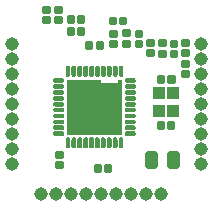
<source format=gbr>
G04 EAGLE Gerber RS-274X export*
G75*
%MOMM*%
%FSLAX34Y34*%
%LPD*%
%INSoldermask Top*%
%IPPOS*%
%AMOC8*
5,1,8,0,0,1.08239X$1,22.5*%
G01*
%ADD10C,0.406869*%
%ADD11C,0.631119*%
%ADD12C,0.400200*%
%ADD13C,1.143000*%
%ADD14R,0.977000X1.077000*%

G36*
X95030Y50751D02*
X95030Y50751D01*
X95081Y50753D01*
X95113Y50771D01*
X95149Y50779D01*
X95188Y50812D01*
X95233Y50836D01*
X95254Y50866D01*
X95282Y50889D01*
X95303Y50936D01*
X95333Y50978D01*
X95341Y51020D01*
X95353Y51048D01*
X95352Y51078D01*
X95360Y51120D01*
X95360Y96840D01*
X95349Y96890D01*
X95347Y96941D01*
X95329Y96973D01*
X95321Y97009D01*
X95288Y97048D01*
X95264Y97093D01*
X95234Y97114D01*
X95211Y97142D01*
X95164Y97163D01*
X95122Y97193D01*
X95080Y97201D01*
X95052Y97213D01*
X95022Y97212D01*
X94980Y97220D01*
X92440Y97220D01*
X92390Y97209D01*
X92339Y97207D01*
X92307Y97189D01*
X92271Y97181D01*
X92232Y97148D01*
X92187Y97124D01*
X92166Y97094D01*
X92138Y97071D01*
X92117Y97024D01*
X92087Y96982D01*
X92079Y96940D01*
X92067Y96912D01*
X92068Y96882D01*
X92060Y96840D01*
X92060Y94680D01*
X77580Y94680D01*
X77580Y96840D01*
X77569Y96890D01*
X77567Y96941D01*
X77549Y96973D01*
X77541Y97009D01*
X77508Y97048D01*
X77484Y97093D01*
X77454Y97114D01*
X77431Y97142D01*
X77384Y97163D01*
X77342Y97193D01*
X77300Y97201D01*
X77272Y97213D01*
X77242Y97212D01*
X77200Y97220D01*
X49260Y97220D01*
X49210Y97209D01*
X49159Y97207D01*
X49127Y97189D01*
X49091Y97181D01*
X49052Y97148D01*
X49007Y97124D01*
X48986Y97094D01*
X48958Y97071D01*
X48937Y97024D01*
X48907Y96982D01*
X48899Y96940D01*
X48887Y96912D01*
X48888Y96882D01*
X48880Y96840D01*
X48880Y51120D01*
X48891Y51070D01*
X48893Y51019D01*
X48911Y50987D01*
X48919Y50951D01*
X48952Y50912D01*
X48976Y50867D01*
X49006Y50846D01*
X49029Y50818D01*
X49076Y50797D01*
X49118Y50767D01*
X49160Y50759D01*
X49188Y50747D01*
X49218Y50748D01*
X49260Y50740D01*
X94980Y50740D01*
X95030Y50751D01*
G37*
G36*
X58879Y39223D02*
X58879Y39223D01*
X60370Y39223D01*
X60406Y39230D01*
X60449Y39229D01*
X60681Y39266D01*
X60732Y39285D01*
X60832Y39315D01*
X61041Y39421D01*
X61083Y39455D01*
X61170Y39515D01*
X61335Y39680D01*
X61365Y39725D01*
X61429Y39809D01*
X61535Y40018D01*
X61540Y40034D01*
X61546Y40043D01*
X61551Y40074D01*
X61584Y40169D01*
X61621Y40401D01*
X61619Y40437D01*
X61627Y40480D01*
X61627Y46480D01*
X61621Y46513D01*
X61622Y46552D01*
X61561Y46975D01*
X61542Y47028D01*
X61521Y47113D01*
X61343Y47502D01*
X61310Y47547D01*
X61265Y47623D01*
X60986Y47946D01*
X60941Y47980D01*
X60877Y48040D01*
X60517Y48271D01*
X60466Y48291D01*
X60429Y48314D01*
X60415Y48317D01*
X60386Y48331D01*
X59976Y48451D01*
X59920Y48456D01*
X59833Y48472D01*
X59407Y48472D01*
X59352Y48461D01*
X59264Y48451D01*
X58854Y48331D01*
X58817Y48312D01*
X58792Y48307D01*
X58766Y48289D01*
X58723Y48271D01*
X58363Y48040D01*
X58323Y48001D01*
X58254Y47946D01*
X57975Y47623D01*
X57947Y47574D01*
X57897Y47502D01*
X57719Y47113D01*
X57707Y47059D01*
X57679Y46975D01*
X57618Y46552D01*
X57620Y46519D01*
X57613Y46480D01*
X57613Y40489D01*
X57606Y40289D01*
X57614Y40241D01*
X57628Y40125D01*
X57688Y39926D01*
X57711Y39883D01*
X57761Y39778D01*
X57882Y39609D01*
X57918Y39576D01*
X57999Y39492D01*
X58168Y39371D01*
X58213Y39351D01*
X58316Y39298D01*
X58515Y39238D01*
X58564Y39233D01*
X58679Y39216D01*
X58879Y39223D01*
G37*
G36*
X88879Y39223D02*
X88879Y39223D01*
X90370Y39223D01*
X90406Y39230D01*
X90449Y39229D01*
X90681Y39266D01*
X90732Y39285D01*
X90832Y39315D01*
X91041Y39421D01*
X91083Y39455D01*
X91170Y39515D01*
X91335Y39680D01*
X91365Y39725D01*
X91429Y39809D01*
X91535Y40018D01*
X91540Y40034D01*
X91546Y40043D01*
X91551Y40074D01*
X91584Y40169D01*
X91621Y40401D01*
X91619Y40437D01*
X91627Y40480D01*
X91627Y46480D01*
X91621Y46513D01*
X91622Y46552D01*
X91561Y46975D01*
X91542Y47028D01*
X91521Y47113D01*
X91343Y47502D01*
X91310Y47547D01*
X91265Y47623D01*
X90986Y47946D01*
X90941Y47980D01*
X90877Y48040D01*
X90517Y48271D01*
X90466Y48291D01*
X90429Y48314D01*
X90415Y48317D01*
X90386Y48331D01*
X89976Y48451D01*
X89920Y48456D01*
X89833Y48472D01*
X89407Y48472D01*
X89352Y48461D01*
X89264Y48451D01*
X88854Y48331D01*
X88817Y48312D01*
X88792Y48307D01*
X88766Y48289D01*
X88723Y48271D01*
X88363Y48040D01*
X88323Y48001D01*
X88254Y47946D01*
X87975Y47623D01*
X87947Y47574D01*
X87897Y47502D01*
X87719Y47113D01*
X87707Y47059D01*
X87679Y46975D01*
X87618Y46552D01*
X87620Y46519D01*
X87613Y46480D01*
X87613Y40489D01*
X87606Y40289D01*
X87614Y40241D01*
X87628Y40125D01*
X87688Y39926D01*
X87711Y39883D01*
X87761Y39778D01*
X87882Y39609D01*
X87918Y39576D01*
X87999Y39492D01*
X88168Y39371D01*
X88213Y39351D01*
X88316Y39298D01*
X88515Y39238D01*
X88564Y39233D01*
X88679Y39216D01*
X88879Y39223D01*
G37*
G36*
X93879Y39223D02*
X93879Y39223D01*
X95370Y39223D01*
X95406Y39230D01*
X95449Y39229D01*
X95681Y39266D01*
X95732Y39285D01*
X95832Y39315D01*
X96041Y39421D01*
X96083Y39455D01*
X96170Y39515D01*
X96335Y39680D01*
X96365Y39725D01*
X96429Y39809D01*
X96535Y40018D01*
X96540Y40034D01*
X96546Y40043D01*
X96551Y40074D01*
X96584Y40169D01*
X96621Y40401D01*
X96619Y40437D01*
X96627Y40480D01*
X96627Y46480D01*
X96621Y46513D01*
X96622Y46552D01*
X96561Y46975D01*
X96542Y47028D01*
X96521Y47113D01*
X96343Y47502D01*
X96310Y47547D01*
X96265Y47623D01*
X95986Y47946D01*
X95941Y47980D01*
X95877Y48040D01*
X95517Y48271D01*
X95466Y48291D01*
X95429Y48314D01*
X95415Y48317D01*
X95386Y48331D01*
X94976Y48451D01*
X94920Y48456D01*
X94833Y48472D01*
X94407Y48472D01*
X94352Y48461D01*
X94264Y48451D01*
X93854Y48331D01*
X93817Y48312D01*
X93792Y48307D01*
X93766Y48289D01*
X93723Y48271D01*
X93363Y48040D01*
X93323Y48001D01*
X93254Y47946D01*
X92975Y47623D01*
X92947Y47574D01*
X92897Y47502D01*
X92719Y47113D01*
X92707Y47059D01*
X92679Y46975D01*
X92618Y46552D01*
X92620Y46519D01*
X92613Y46480D01*
X92613Y40489D01*
X92606Y40289D01*
X92614Y40241D01*
X92628Y40125D01*
X92688Y39926D01*
X92711Y39883D01*
X92761Y39778D01*
X92882Y39609D01*
X92918Y39576D01*
X92999Y39492D01*
X93168Y39371D01*
X93213Y39351D01*
X93316Y39298D01*
X93515Y39238D01*
X93564Y39233D01*
X93679Y39216D01*
X93879Y39223D01*
G37*
G36*
X78879Y39223D02*
X78879Y39223D01*
X80370Y39223D01*
X80406Y39230D01*
X80449Y39229D01*
X80681Y39266D01*
X80732Y39285D01*
X80832Y39315D01*
X81041Y39421D01*
X81083Y39455D01*
X81170Y39515D01*
X81335Y39680D01*
X81365Y39725D01*
X81429Y39809D01*
X81535Y40018D01*
X81540Y40034D01*
X81546Y40043D01*
X81551Y40074D01*
X81584Y40169D01*
X81621Y40401D01*
X81619Y40437D01*
X81627Y40480D01*
X81627Y46480D01*
X81621Y46513D01*
X81622Y46552D01*
X81561Y46975D01*
X81542Y47028D01*
X81521Y47113D01*
X81343Y47502D01*
X81310Y47547D01*
X81265Y47623D01*
X80986Y47946D01*
X80941Y47980D01*
X80877Y48040D01*
X80517Y48271D01*
X80466Y48291D01*
X80429Y48314D01*
X80415Y48317D01*
X80386Y48331D01*
X79976Y48451D01*
X79920Y48456D01*
X79833Y48472D01*
X79407Y48472D01*
X79352Y48461D01*
X79264Y48451D01*
X78854Y48331D01*
X78817Y48312D01*
X78792Y48307D01*
X78766Y48289D01*
X78723Y48271D01*
X78363Y48040D01*
X78323Y48001D01*
X78254Y47946D01*
X77975Y47623D01*
X77947Y47574D01*
X77897Y47502D01*
X77719Y47113D01*
X77707Y47059D01*
X77679Y46975D01*
X77618Y46552D01*
X77620Y46519D01*
X77613Y46480D01*
X77613Y40489D01*
X77606Y40289D01*
X77614Y40241D01*
X77628Y40125D01*
X77688Y39926D01*
X77711Y39883D01*
X77761Y39778D01*
X77882Y39609D01*
X77918Y39576D01*
X77999Y39492D01*
X78168Y39371D01*
X78213Y39351D01*
X78316Y39298D01*
X78515Y39238D01*
X78564Y39233D01*
X78679Y39216D01*
X78879Y39223D01*
G37*
G36*
X73879Y39223D02*
X73879Y39223D01*
X75370Y39223D01*
X75406Y39230D01*
X75449Y39229D01*
X75681Y39266D01*
X75732Y39285D01*
X75832Y39315D01*
X76041Y39421D01*
X76083Y39455D01*
X76170Y39515D01*
X76335Y39680D01*
X76365Y39725D01*
X76429Y39809D01*
X76535Y40018D01*
X76540Y40034D01*
X76546Y40043D01*
X76551Y40074D01*
X76584Y40169D01*
X76621Y40401D01*
X76619Y40437D01*
X76627Y40480D01*
X76627Y46480D01*
X76621Y46513D01*
X76622Y46552D01*
X76561Y46975D01*
X76542Y47028D01*
X76521Y47113D01*
X76343Y47502D01*
X76310Y47547D01*
X76265Y47623D01*
X75986Y47946D01*
X75941Y47980D01*
X75877Y48040D01*
X75517Y48271D01*
X75466Y48291D01*
X75429Y48314D01*
X75415Y48317D01*
X75386Y48331D01*
X74976Y48451D01*
X74920Y48456D01*
X74833Y48472D01*
X74407Y48472D01*
X74352Y48461D01*
X74264Y48451D01*
X73854Y48331D01*
X73817Y48312D01*
X73792Y48307D01*
X73766Y48289D01*
X73723Y48271D01*
X73363Y48040D01*
X73323Y48001D01*
X73254Y47946D01*
X72975Y47623D01*
X72947Y47574D01*
X72897Y47502D01*
X72719Y47113D01*
X72707Y47059D01*
X72679Y46975D01*
X72618Y46552D01*
X72620Y46519D01*
X72613Y46480D01*
X72613Y40489D01*
X72606Y40289D01*
X72614Y40241D01*
X72628Y40125D01*
X72688Y39926D01*
X72711Y39883D01*
X72761Y39778D01*
X72882Y39609D01*
X72918Y39576D01*
X72999Y39492D01*
X73168Y39371D01*
X73213Y39351D01*
X73316Y39298D01*
X73515Y39238D01*
X73564Y39233D01*
X73679Y39216D01*
X73879Y39223D01*
G37*
G36*
X63879Y39223D02*
X63879Y39223D01*
X65370Y39223D01*
X65406Y39230D01*
X65449Y39229D01*
X65681Y39266D01*
X65732Y39285D01*
X65832Y39315D01*
X66041Y39421D01*
X66083Y39455D01*
X66170Y39515D01*
X66335Y39680D01*
X66365Y39725D01*
X66429Y39809D01*
X66535Y40018D01*
X66540Y40034D01*
X66546Y40043D01*
X66551Y40074D01*
X66584Y40169D01*
X66621Y40401D01*
X66619Y40437D01*
X66627Y40480D01*
X66627Y46480D01*
X66621Y46513D01*
X66622Y46552D01*
X66561Y46975D01*
X66542Y47028D01*
X66521Y47113D01*
X66343Y47502D01*
X66310Y47547D01*
X66265Y47623D01*
X65986Y47946D01*
X65941Y47980D01*
X65877Y48040D01*
X65517Y48271D01*
X65466Y48291D01*
X65429Y48314D01*
X65415Y48317D01*
X65386Y48331D01*
X64976Y48451D01*
X64920Y48456D01*
X64833Y48472D01*
X64407Y48472D01*
X64352Y48461D01*
X64264Y48451D01*
X63854Y48331D01*
X63817Y48312D01*
X63792Y48307D01*
X63766Y48289D01*
X63723Y48271D01*
X63363Y48040D01*
X63323Y48001D01*
X63254Y47946D01*
X62975Y47623D01*
X62947Y47574D01*
X62897Y47502D01*
X62719Y47113D01*
X62707Y47059D01*
X62679Y46975D01*
X62618Y46552D01*
X62620Y46519D01*
X62613Y46480D01*
X62613Y40489D01*
X62606Y40289D01*
X62614Y40241D01*
X62628Y40125D01*
X62688Y39926D01*
X62711Y39883D01*
X62761Y39778D01*
X62882Y39609D01*
X62918Y39576D01*
X62999Y39492D01*
X63168Y39371D01*
X63213Y39351D01*
X63316Y39298D01*
X63515Y39238D01*
X63564Y39233D01*
X63679Y39216D01*
X63879Y39223D01*
G37*
G36*
X53879Y39223D02*
X53879Y39223D01*
X55370Y39223D01*
X55406Y39230D01*
X55449Y39229D01*
X55681Y39266D01*
X55732Y39285D01*
X55832Y39315D01*
X56041Y39421D01*
X56083Y39455D01*
X56170Y39515D01*
X56335Y39680D01*
X56365Y39725D01*
X56429Y39809D01*
X56535Y40018D01*
X56540Y40034D01*
X56546Y40043D01*
X56551Y40074D01*
X56584Y40169D01*
X56621Y40401D01*
X56619Y40437D01*
X56627Y40480D01*
X56627Y46480D01*
X56621Y46513D01*
X56622Y46552D01*
X56561Y46975D01*
X56542Y47028D01*
X56521Y47113D01*
X56343Y47502D01*
X56310Y47547D01*
X56265Y47623D01*
X55986Y47946D01*
X55941Y47980D01*
X55877Y48040D01*
X55517Y48271D01*
X55466Y48291D01*
X55429Y48314D01*
X55415Y48317D01*
X55386Y48331D01*
X54976Y48451D01*
X54920Y48456D01*
X54833Y48472D01*
X54407Y48472D01*
X54352Y48461D01*
X54264Y48451D01*
X53854Y48331D01*
X53817Y48312D01*
X53792Y48307D01*
X53766Y48289D01*
X53723Y48271D01*
X53363Y48040D01*
X53323Y48001D01*
X53254Y47946D01*
X52975Y47623D01*
X52947Y47574D01*
X52897Y47502D01*
X52719Y47113D01*
X52707Y47059D01*
X52679Y46975D01*
X52618Y46552D01*
X52620Y46519D01*
X52613Y46480D01*
X52613Y40489D01*
X52606Y40289D01*
X52614Y40241D01*
X52628Y40125D01*
X52688Y39926D01*
X52711Y39883D01*
X52761Y39778D01*
X52882Y39609D01*
X52918Y39576D01*
X52999Y39492D01*
X53168Y39371D01*
X53213Y39351D01*
X53316Y39298D01*
X53515Y39238D01*
X53564Y39233D01*
X53679Y39216D01*
X53879Y39223D01*
G37*
G36*
X83879Y39223D02*
X83879Y39223D01*
X85370Y39223D01*
X85406Y39230D01*
X85449Y39229D01*
X85681Y39266D01*
X85732Y39285D01*
X85832Y39315D01*
X86041Y39421D01*
X86083Y39455D01*
X86170Y39515D01*
X86335Y39680D01*
X86365Y39725D01*
X86429Y39809D01*
X86535Y40018D01*
X86540Y40034D01*
X86546Y40043D01*
X86551Y40074D01*
X86584Y40169D01*
X86621Y40401D01*
X86619Y40437D01*
X86627Y40480D01*
X86627Y46480D01*
X86621Y46513D01*
X86622Y46552D01*
X86561Y46975D01*
X86542Y47028D01*
X86521Y47113D01*
X86343Y47502D01*
X86310Y47547D01*
X86265Y47623D01*
X85986Y47946D01*
X85941Y47980D01*
X85877Y48040D01*
X85517Y48271D01*
X85466Y48291D01*
X85429Y48314D01*
X85415Y48317D01*
X85386Y48331D01*
X84976Y48451D01*
X84920Y48456D01*
X84833Y48472D01*
X84407Y48472D01*
X84352Y48461D01*
X84264Y48451D01*
X83854Y48331D01*
X83817Y48312D01*
X83792Y48307D01*
X83766Y48289D01*
X83723Y48271D01*
X83363Y48040D01*
X83323Y48001D01*
X83254Y47946D01*
X82975Y47623D01*
X82947Y47574D01*
X82897Y47502D01*
X82719Y47113D01*
X82707Y47059D01*
X82679Y46975D01*
X82618Y46552D01*
X82620Y46519D01*
X82613Y46480D01*
X82613Y40489D01*
X82606Y40289D01*
X82614Y40241D01*
X82628Y40125D01*
X82688Y39926D01*
X82711Y39883D01*
X82761Y39778D01*
X82882Y39609D01*
X82918Y39576D01*
X82999Y39492D01*
X83168Y39371D01*
X83213Y39351D01*
X83316Y39298D01*
X83515Y39238D01*
X83564Y39233D01*
X83679Y39216D01*
X83879Y39223D01*
G37*
G36*
X68879Y39223D02*
X68879Y39223D01*
X70370Y39223D01*
X70406Y39230D01*
X70449Y39229D01*
X70681Y39266D01*
X70732Y39285D01*
X70832Y39315D01*
X71041Y39421D01*
X71083Y39455D01*
X71170Y39515D01*
X71335Y39680D01*
X71365Y39725D01*
X71429Y39809D01*
X71535Y40018D01*
X71540Y40034D01*
X71546Y40043D01*
X71551Y40074D01*
X71584Y40169D01*
X71621Y40401D01*
X71619Y40437D01*
X71627Y40480D01*
X71627Y46480D01*
X71621Y46513D01*
X71622Y46552D01*
X71561Y46975D01*
X71542Y47028D01*
X71521Y47113D01*
X71343Y47502D01*
X71310Y47547D01*
X71265Y47623D01*
X70986Y47946D01*
X70941Y47980D01*
X70877Y48040D01*
X70517Y48271D01*
X70466Y48291D01*
X70429Y48314D01*
X70415Y48317D01*
X70386Y48331D01*
X69976Y48451D01*
X69920Y48456D01*
X69833Y48472D01*
X69407Y48472D01*
X69352Y48461D01*
X69264Y48451D01*
X68854Y48331D01*
X68817Y48312D01*
X68792Y48307D01*
X68766Y48289D01*
X68723Y48271D01*
X68363Y48040D01*
X68323Y48001D01*
X68254Y47946D01*
X67975Y47623D01*
X67947Y47574D01*
X67897Y47502D01*
X67719Y47113D01*
X67707Y47059D01*
X67679Y46975D01*
X67618Y46552D01*
X67620Y46519D01*
X67613Y46480D01*
X67613Y40489D01*
X67606Y40289D01*
X67614Y40241D01*
X67628Y40125D01*
X67688Y39926D01*
X67711Y39883D01*
X67761Y39778D01*
X67882Y39609D01*
X67918Y39576D01*
X67999Y39492D01*
X68168Y39371D01*
X68213Y39351D01*
X68316Y39298D01*
X68515Y39238D01*
X68564Y39233D01*
X68679Y39216D01*
X68879Y39223D01*
G37*
G36*
X48879Y39223D02*
X48879Y39223D01*
X50370Y39223D01*
X50406Y39230D01*
X50449Y39229D01*
X50681Y39266D01*
X50732Y39285D01*
X50832Y39315D01*
X51041Y39421D01*
X51083Y39455D01*
X51170Y39515D01*
X51335Y39680D01*
X51365Y39725D01*
X51429Y39809D01*
X51535Y40018D01*
X51540Y40034D01*
X51546Y40043D01*
X51551Y40074D01*
X51584Y40169D01*
X51621Y40401D01*
X51619Y40437D01*
X51627Y40480D01*
X51627Y46480D01*
X51621Y46513D01*
X51622Y46552D01*
X51561Y46975D01*
X51542Y47028D01*
X51521Y47113D01*
X51343Y47502D01*
X51310Y47547D01*
X51265Y47623D01*
X50986Y47946D01*
X50941Y47980D01*
X50877Y48040D01*
X50517Y48271D01*
X50466Y48291D01*
X50429Y48314D01*
X50415Y48317D01*
X50386Y48331D01*
X49976Y48451D01*
X49920Y48456D01*
X49833Y48472D01*
X49407Y48472D01*
X49352Y48461D01*
X49264Y48451D01*
X48854Y48331D01*
X48817Y48312D01*
X48792Y48307D01*
X48766Y48289D01*
X48723Y48271D01*
X48363Y48040D01*
X48323Y48001D01*
X48254Y47946D01*
X47975Y47623D01*
X47947Y47574D01*
X47897Y47502D01*
X47719Y47113D01*
X47707Y47059D01*
X47679Y46975D01*
X47618Y46552D01*
X47620Y46519D01*
X47613Y46480D01*
X47613Y40489D01*
X47606Y40289D01*
X47614Y40241D01*
X47628Y40125D01*
X47688Y39926D01*
X47711Y39883D01*
X47761Y39778D01*
X47882Y39609D01*
X47918Y39576D01*
X47999Y39492D01*
X48168Y39371D01*
X48213Y39351D01*
X48316Y39298D01*
X48515Y39238D01*
X48564Y39233D01*
X48679Y39216D01*
X48879Y39223D01*
G37*
G36*
X44653Y64479D02*
X44653Y64479D01*
X44692Y64478D01*
X45115Y64539D01*
X45168Y64558D01*
X45253Y64579D01*
X45642Y64757D01*
X45687Y64790D01*
X45763Y64835D01*
X46086Y65114D01*
X46095Y65126D01*
X46104Y65132D01*
X46123Y65162D01*
X46180Y65223D01*
X46411Y65583D01*
X46432Y65635D01*
X46471Y65714D01*
X46591Y66124D01*
X46596Y66180D01*
X46612Y66267D01*
X46612Y66693D01*
X46601Y66749D01*
X46591Y66836D01*
X46471Y67246D01*
X46445Y67296D01*
X46411Y67377D01*
X46180Y67737D01*
X46141Y67777D01*
X46086Y67846D01*
X45763Y68125D01*
X45714Y68153D01*
X45642Y68203D01*
X45253Y68381D01*
X45199Y68393D01*
X45115Y68421D01*
X44692Y68482D01*
X44659Y68480D01*
X44620Y68487D01*
X38629Y68487D01*
X38429Y68494D01*
X38381Y68486D01*
X38265Y68472D01*
X38066Y68412D01*
X38023Y68389D01*
X37918Y68339D01*
X37749Y68218D01*
X37716Y68182D01*
X37632Y68101D01*
X37511Y67932D01*
X37491Y67887D01*
X37438Y67784D01*
X37378Y67585D01*
X37373Y67536D01*
X37356Y67421D01*
X37363Y67221D01*
X37363Y65730D01*
X37370Y65694D01*
X37369Y65651D01*
X37406Y65419D01*
X37425Y65368D01*
X37443Y65306D01*
X37449Y65281D01*
X37452Y65276D01*
X37455Y65268D01*
X37561Y65059D01*
X37595Y65017D01*
X37655Y64930D01*
X37820Y64765D01*
X37865Y64735D01*
X37949Y64671D01*
X38158Y64565D01*
X38210Y64550D01*
X38309Y64516D01*
X38541Y64479D01*
X38577Y64481D01*
X38620Y64473D01*
X44620Y64473D01*
X44653Y64479D01*
G37*
G36*
X44653Y89479D02*
X44653Y89479D01*
X44692Y89478D01*
X45115Y89539D01*
X45168Y89558D01*
X45253Y89579D01*
X45642Y89757D01*
X45687Y89790D01*
X45763Y89835D01*
X46086Y90114D01*
X46095Y90126D01*
X46104Y90132D01*
X46123Y90162D01*
X46180Y90223D01*
X46411Y90583D01*
X46432Y90635D01*
X46471Y90714D01*
X46591Y91124D01*
X46596Y91180D01*
X46612Y91267D01*
X46612Y91693D01*
X46601Y91749D01*
X46591Y91836D01*
X46471Y92246D01*
X46445Y92296D01*
X46411Y92377D01*
X46180Y92737D01*
X46141Y92777D01*
X46086Y92846D01*
X45763Y93125D01*
X45714Y93153D01*
X45642Y93203D01*
X45253Y93381D01*
X45199Y93393D01*
X45115Y93421D01*
X44692Y93482D01*
X44659Y93480D01*
X44620Y93487D01*
X38629Y93487D01*
X38429Y93494D01*
X38381Y93486D01*
X38265Y93472D01*
X38066Y93412D01*
X38023Y93389D01*
X37918Y93339D01*
X37749Y93218D01*
X37716Y93182D01*
X37632Y93101D01*
X37511Y92932D01*
X37491Y92887D01*
X37438Y92784D01*
X37378Y92585D01*
X37373Y92536D01*
X37356Y92421D01*
X37363Y92221D01*
X37363Y90730D01*
X37370Y90694D01*
X37369Y90651D01*
X37406Y90419D01*
X37425Y90368D01*
X37443Y90306D01*
X37449Y90281D01*
X37452Y90276D01*
X37455Y90268D01*
X37561Y90059D01*
X37595Y90017D01*
X37655Y89930D01*
X37820Y89765D01*
X37865Y89735D01*
X37949Y89671D01*
X38158Y89565D01*
X38210Y89550D01*
X38309Y89516D01*
X38541Y89479D01*
X38577Y89481D01*
X38620Y89473D01*
X44620Y89473D01*
X44653Y89479D01*
G37*
G36*
X44653Y79479D02*
X44653Y79479D01*
X44692Y79478D01*
X45115Y79539D01*
X45168Y79558D01*
X45253Y79579D01*
X45642Y79757D01*
X45687Y79790D01*
X45763Y79835D01*
X46086Y80114D01*
X46095Y80126D01*
X46104Y80132D01*
X46123Y80162D01*
X46180Y80223D01*
X46411Y80583D01*
X46432Y80635D01*
X46471Y80714D01*
X46591Y81124D01*
X46596Y81180D01*
X46612Y81267D01*
X46612Y81693D01*
X46601Y81749D01*
X46591Y81836D01*
X46471Y82246D01*
X46445Y82296D01*
X46411Y82377D01*
X46180Y82737D01*
X46141Y82777D01*
X46086Y82846D01*
X45763Y83125D01*
X45714Y83153D01*
X45642Y83203D01*
X45253Y83381D01*
X45199Y83393D01*
X45115Y83421D01*
X44692Y83482D01*
X44659Y83480D01*
X44620Y83487D01*
X38629Y83487D01*
X38429Y83494D01*
X38381Y83486D01*
X38265Y83472D01*
X38066Y83412D01*
X38023Y83389D01*
X37918Y83339D01*
X37749Y83218D01*
X37716Y83182D01*
X37632Y83101D01*
X37511Y82932D01*
X37491Y82887D01*
X37438Y82784D01*
X37378Y82585D01*
X37373Y82536D01*
X37356Y82421D01*
X37363Y82221D01*
X37363Y80730D01*
X37370Y80694D01*
X37369Y80651D01*
X37406Y80419D01*
X37425Y80368D01*
X37443Y80306D01*
X37449Y80281D01*
X37452Y80276D01*
X37455Y80268D01*
X37561Y80059D01*
X37595Y80017D01*
X37655Y79930D01*
X37820Y79765D01*
X37865Y79735D01*
X37949Y79671D01*
X38158Y79565D01*
X38210Y79550D01*
X38309Y79516D01*
X38541Y79479D01*
X38577Y79481D01*
X38620Y79473D01*
X44620Y79473D01*
X44653Y79479D01*
G37*
G36*
X44653Y84479D02*
X44653Y84479D01*
X44692Y84478D01*
X45115Y84539D01*
X45168Y84558D01*
X45253Y84579D01*
X45642Y84757D01*
X45687Y84790D01*
X45763Y84835D01*
X46086Y85114D01*
X46095Y85126D01*
X46104Y85132D01*
X46123Y85162D01*
X46180Y85223D01*
X46411Y85583D01*
X46432Y85635D01*
X46471Y85714D01*
X46591Y86124D01*
X46596Y86180D01*
X46612Y86267D01*
X46612Y86693D01*
X46601Y86749D01*
X46591Y86836D01*
X46471Y87246D01*
X46445Y87296D01*
X46411Y87377D01*
X46180Y87737D01*
X46141Y87777D01*
X46086Y87846D01*
X45763Y88125D01*
X45714Y88153D01*
X45642Y88203D01*
X45253Y88381D01*
X45199Y88393D01*
X45115Y88421D01*
X44692Y88482D01*
X44659Y88480D01*
X44620Y88487D01*
X38629Y88487D01*
X38429Y88494D01*
X38381Y88486D01*
X38265Y88472D01*
X38066Y88412D01*
X38023Y88389D01*
X37918Y88339D01*
X37749Y88218D01*
X37716Y88182D01*
X37632Y88101D01*
X37511Y87932D01*
X37491Y87887D01*
X37438Y87784D01*
X37378Y87585D01*
X37373Y87536D01*
X37356Y87421D01*
X37363Y87221D01*
X37363Y85730D01*
X37370Y85694D01*
X37369Y85651D01*
X37406Y85419D01*
X37425Y85368D01*
X37443Y85306D01*
X37449Y85281D01*
X37452Y85276D01*
X37455Y85268D01*
X37561Y85059D01*
X37595Y85017D01*
X37655Y84930D01*
X37820Y84765D01*
X37865Y84735D01*
X37949Y84671D01*
X38158Y84565D01*
X38210Y84550D01*
X38309Y84516D01*
X38541Y84479D01*
X38577Y84481D01*
X38620Y84473D01*
X44620Y84473D01*
X44653Y84479D01*
G37*
G36*
X44653Y94479D02*
X44653Y94479D01*
X44692Y94478D01*
X45115Y94539D01*
X45168Y94558D01*
X45253Y94579D01*
X45642Y94757D01*
X45687Y94790D01*
X45763Y94835D01*
X46086Y95114D01*
X46095Y95126D01*
X46104Y95132D01*
X46123Y95162D01*
X46180Y95223D01*
X46411Y95583D01*
X46432Y95635D01*
X46471Y95714D01*
X46591Y96124D01*
X46596Y96180D01*
X46612Y96267D01*
X46612Y96693D01*
X46601Y96749D01*
X46591Y96836D01*
X46471Y97246D01*
X46445Y97296D01*
X46411Y97377D01*
X46180Y97737D01*
X46141Y97777D01*
X46086Y97846D01*
X45763Y98125D01*
X45714Y98153D01*
X45642Y98203D01*
X45253Y98381D01*
X45199Y98393D01*
X45115Y98421D01*
X44692Y98482D01*
X44659Y98480D01*
X44620Y98487D01*
X38629Y98487D01*
X38429Y98494D01*
X38381Y98486D01*
X38265Y98472D01*
X38066Y98412D01*
X38023Y98389D01*
X37918Y98339D01*
X37749Y98218D01*
X37716Y98182D01*
X37632Y98101D01*
X37511Y97932D01*
X37491Y97887D01*
X37438Y97784D01*
X37378Y97585D01*
X37373Y97536D01*
X37356Y97421D01*
X37363Y97221D01*
X37363Y95730D01*
X37370Y95694D01*
X37369Y95651D01*
X37406Y95419D01*
X37425Y95368D01*
X37443Y95306D01*
X37449Y95281D01*
X37452Y95276D01*
X37455Y95268D01*
X37561Y95059D01*
X37595Y95017D01*
X37655Y94930D01*
X37820Y94765D01*
X37865Y94735D01*
X37949Y94671D01*
X38158Y94565D01*
X38210Y94550D01*
X38309Y94516D01*
X38541Y94479D01*
X38577Y94481D01*
X38620Y94473D01*
X44620Y94473D01*
X44653Y94479D01*
G37*
G36*
X44653Y74479D02*
X44653Y74479D01*
X44692Y74478D01*
X45115Y74539D01*
X45168Y74558D01*
X45253Y74579D01*
X45642Y74757D01*
X45687Y74790D01*
X45763Y74835D01*
X46086Y75114D01*
X46095Y75126D01*
X46104Y75132D01*
X46123Y75162D01*
X46180Y75223D01*
X46411Y75583D01*
X46432Y75635D01*
X46471Y75714D01*
X46591Y76124D01*
X46596Y76180D01*
X46612Y76267D01*
X46612Y76693D01*
X46601Y76749D01*
X46591Y76836D01*
X46471Y77246D01*
X46445Y77296D01*
X46411Y77377D01*
X46180Y77737D01*
X46141Y77777D01*
X46086Y77846D01*
X45763Y78125D01*
X45714Y78153D01*
X45642Y78203D01*
X45253Y78381D01*
X45199Y78393D01*
X45115Y78421D01*
X44692Y78482D01*
X44659Y78480D01*
X44620Y78487D01*
X38629Y78487D01*
X38429Y78494D01*
X38381Y78486D01*
X38265Y78472D01*
X38066Y78412D01*
X38023Y78389D01*
X37918Y78339D01*
X37749Y78218D01*
X37716Y78182D01*
X37632Y78101D01*
X37511Y77932D01*
X37491Y77887D01*
X37438Y77784D01*
X37378Y77585D01*
X37373Y77536D01*
X37356Y77421D01*
X37363Y77221D01*
X37363Y75730D01*
X37370Y75694D01*
X37369Y75651D01*
X37406Y75419D01*
X37425Y75368D01*
X37443Y75306D01*
X37449Y75281D01*
X37452Y75276D01*
X37455Y75268D01*
X37561Y75059D01*
X37595Y75017D01*
X37655Y74930D01*
X37820Y74765D01*
X37865Y74735D01*
X37949Y74671D01*
X38158Y74565D01*
X38210Y74550D01*
X38309Y74516D01*
X38541Y74479D01*
X38577Y74481D01*
X38620Y74473D01*
X44620Y74473D01*
X44653Y74479D01*
G37*
G36*
X44653Y69479D02*
X44653Y69479D01*
X44692Y69478D01*
X45115Y69539D01*
X45168Y69558D01*
X45253Y69579D01*
X45642Y69757D01*
X45687Y69790D01*
X45763Y69835D01*
X46086Y70114D01*
X46095Y70126D01*
X46104Y70132D01*
X46123Y70162D01*
X46180Y70223D01*
X46411Y70583D01*
X46432Y70635D01*
X46471Y70714D01*
X46591Y71124D01*
X46596Y71180D01*
X46612Y71267D01*
X46612Y71693D01*
X46601Y71749D01*
X46591Y71836D01*
X46471Y72246D01*
X46445Y72296D01*
X46411Y72377D01*
X46180Y72737D01*
X46141Y72777D01*
X46086Y72846D01*
X45763Y73125D01*
X45714Y73153D01*
X45642Y73203D01*
X45253Y73381D01*
X45199Y73393D01*
X45115Y73421D01*
X44692Y73482D01*
X44659Y73480D01*
X44620Y73487D01*
X38629Y73487D01*
X38429Y73494D01*
X38381Y73486D01*
X38265Y73472D01*
X38066Y73412D01*
X38023Y73389D01*
X37918Y73339D01*
X37749Y73218D01*
X37716Y73182D01*
X37632Y73101D01*
X37511Y72932D01*
X37491Y72887D01*
X37438Y72784D01*
X37378Y72585D01*
X37373Y72536D01*
X37356Y72421D01*
X37363Y72221D01*
X37363Y70730D01*
X37370Y70694D01*
X37369Y70651D01*
X37406Y70419D01*
X37425Y70368D01*
X37443Y70306D01*
X37449Y70281D01*
X37452Y70276D01*
X37455Y70268D01*
X37561Y70059D01*
X37595Y70017D01*
X37655Y69930D01*
X37820Y69765D01*
X37865Y69735D01*
X37949Y69671D01*
X38158Y69565D01*
X38210Y69550D01*
X38309Y69516D01*
X38541Y69479D01*
X38577Y69481D01*
X38620Y69473D01*
X44620Y69473D01*
X44653Y69479D01*
G37*
G36*
X44653Y59479D02*
X44653Y59479D01*
X44692Y59478D01*
X45115Y59539D01*
X45168Y59558D01*
X45253Y59579D01*
X45642Y59757D01*
X45687Y59790D01*
X45763Y59835D01*
X46086Y60114D01*
X46095Y60126D01*
X46104Y60132D01*
X46123Y60162D01*
X46180Y60223D01*
X46411Y60583D01*
X46432Y60635D01*
X46471Y60714D01*
X46591Y61124D01*
X46596Y61180D01*
X46612Y61267D01*
X46612Y61693D01*
X46601Y61749D01*
X46591Y61836D01*
X46471Y62246D01*
X46445Y62296D01*
X46411Y62377D01*
X46180Y62737D01*
X46141Y62777D01*
X46086Y62846D01*
X45763Y63125D01*
X45714Y63153D01*
X45642Y63203D01*
X45253Y63381D01*
X45199Y63393D01*
X45115Y63421D01*
X44692Y63482D01*
X44659Y63480D01*
X44620Y63487D01*
X38629Y63487D01*
X38429Y63494D01*
X38381Y63486D01*
X38265Y63472D01*
X38066Y63412D01*
X38023Y63389D01*
X37918Y63339D01*
X37749Y63218D01*
X37716Y63182D01*
X37632Y63101D01*
X37511Y62932D01*
X37491Y62887D01*
X37438Y62784D01*
X37378Y62585D01*
X37373Y62536D01*
X37356Y62421D01*
X37363Y62221D01*
X37363Y60730D01*
X37370Y60694D01*
X37369Y60651D01*
X37406Y60419D01*
X37425Y60368D01*
X37443Y60306D01*
X37449Y60281D01*
X37452Y60276D01*
X37455Y60268D01*
X37561Y60059D01*
X37595Y60017D01*
X37655Y59930D01*
X37820Y59765D01*
X37865Y59735D01*
X37949Y59671D01*
X38158Y59565D01*
X38210Y59550D01*
X38309Y59516D01*
X38541Y59479D01*
X38577Y59481D01*
X38620Y59473D01*
X44620Y59473D01*
X44653Y59479D01*
G37*
G36*
X44653Y54479D02*
X44653Y54479D01*
X44692Y54478D01*
X45115Y54539D01*
X45168Y54558D01*
X45253Y54579D01*
X45642Y54757D01*
X45687Y54790D01*
X45763Y54835D01*
X46086Y55114D01*
X46095Y55126D01*
X46104Y55132D01*
X46123Y55162D01*
X46180Y55223D01*
X46411Y55583D01*
X46432Y55635D01*
X46471Y55714D01*
X46591Y56124D01*
X46596Y56180D01*
X46612Y56267D01*
X46612Y56693D01*
X46601Y56749D01*
X46591Y56836D01*
X46471Y57246D01*
X46445Y57296D01*
X46411Y57377D01*
X46180Y57737D01*
X46141Y57777D01*
X46086Y57846D01*
X45763Y58125D01*
X45714Y58153D01*
X45642Y58203D01*
X45253Y58381D01*
X45199Y58393D01*
X45115Y58421D01*
X44692Y58482D01*
X44659Y58480D01*
X44620Y58487D01*
X38629Y58487D01*
X38429Y58494D01*
X38381Y58486D01*
X38265Y58472D01*
X38066Y58412D01*
X38023Y58389D01*
X37918Y58339D01*
X37749Y58218D01*
X37716Y58182D01*
X37632Y58101D01*
X37511Y57932D01*
X37491Y57887D01*
X37438Y57784D01*
X37378Y57585D01*
X37373Y57536D01*
X37356Y57421D01*
X37363Y57221D01*
X37363Y55730D01*
X37370Y55694D01*
X37369Y55651D01*
X37406Y55419D01*
X37425Y55368D01*
X37443Y55306D01*
X37449Y55281D01*
X37452Y55276D01*
X37455Y55268D01*
X37561Y55059D01*
X37595Y55017D01*
X37655Y54930D01*
X37820Y54765D01*
X37865Y54735D01*
X37949Y54671D01*
X38158Y54565D01*
X38210Y54550D01*
X38309Y54516D01*
X38541Y54479D01*
X38577Y54481D01*
X38620Y54473D01*
X44620Y54473D01*
X44653Y54479D01*
G37*
G36*
X44653Y49479D02*
X44653Y49479D01*
X44692Y49478D01*
X45115Y49539D01*
X45168Y49558D01*
X45253Y49579D01*
X45642Y49757D01*
X45687Y49790D01*
X45763Y49835D01*
X46086Y50114D01*
X46095Y50126D01*
X46104Y50132D01*
X46123Y50162D01*
X46180Y50223D01*
X46411Y50583D01*
X46432Y50635D01*
X46471Y50714D01*
X46591Y51124D01*
X46596Y51180D01*
X46612Y51267D01*
X46612Y51693D01*
X46601Y51749D01*
X46591Y51836D01*
X46471Y52246D01*
X46445Y52296D01*
X46411Y52377D01*
X46180Y52737D01*
X46141Y52777D01*
X46086Y52846D01*
X45763Y53125D01*
X45714Y53153D01*
X45642Y53203D01*
X45253Y53381D01*
X45199Y53393D01*
X45115Y53421D01*
X44692Y53482D01*
X44659Y53480D01*
X44620Y53487D01*
X38629Y53487D01*
X38429Y53494D01*
X38381Y53486D01*
X38265Y53472D01*
X38066Y53412D01*
X38023Y53389D01*
X37918Y53339D01*
X37749Y53218D01*
X37716Y53182D01*
X37632Y53101D01*
X37511Y52932D01*
X37491Y52887D01*
X37438Y52784D01*
X37378Y52585D01*
X37373Y52536D01*
X37356Y52421D01*
X37363Y52221D01*
X37363Y50730D01*
X37370Y50694D01*
X37369Y50651D01*
X37406Y50419D01*
X37425Y50368D01*
X37443Y50306D01*
X37449Y50281D01*
X37452Y50276D01*
X37455Y50268D01*
X37561Y50059D01*
X37595Y50017D01*
X37655Y49930D01*
X37820Y49765D01*
X37865Y49735D01*
X37949Y49671D01*
X38158Y49565D01*
X38210Y49550D01*
X38309Y49516D01*
X38541Y49479D01*
X38577Y49481D01*
X38620Y49473D01*
X44620Y49473D01*
X44653Y49479D01*
G37*
G36*
X64889Y99499D02*
X64889Y99499D01*
X64976Y99509D01*
X65386Y99629D01*
X65436Y99655D01*
X65517Y99689D01*
X65877Y99920D01*
X65917Y99959D01*
X65986Y100014D01*
X66265Y100337D01*
X66293Y100386D01*
X66343Y100458D01*
X66521Y100847D01*
X66533Y100901D01*
X66561Y100985D01*
X66622Y101408D01*
X66620Y101441D01*
X66627Y101480D01*
X66627Y107471D01*
X66634Y107671D01*
X66626Y107719D01*
X66612Y107835D01*
X66552Y108034D01*
X66529Y108077D01*
X66479Y108182D01*
X66358Y108351D01*
X66322Y108385D01*
X66241Y108468D01*
X66072Y108589D01*
X66027Y108609D01*
X65924Y108662D01*
X65725Y108722D01*
X65676Y108727D01*
X65561Y108744D01*
X65361Y108737D01*
X63870Y108737D01*
X63834Y108730D01*
X63791Y108731D01*
X63559Y108694D01*
X63508Y108675D01*
X63408Y108645D01*
X63199Y108539D01*
X63157Y108505D01*
X63070Y108445D01*
X62905Y108280D01*
X62875Y108235D01*
X62811Y108151D01*
X62705Y107942D01*
X62690Y107890D01*
X62656Y107791D01*
X62619Y107559D01*
X62621Y107523D01*
X62613Y107480D01*
X62613Y101480D01*
X62619Y101447D01*
X62618Y101408D01*
X62679Y100985D01*
X62698Y100932D01*
X62719Y100847D01*
X62897Y100458D01*
X62930Y100413D01*
X62975Y100337D01*
X63254Y100014D01*
X63299Y99980D01*
X63363Y99920D01*
X63723Y99689D01*
X63775Y99668D01*
X63854Y99629D01*
X64264Y99509D01*
X64320Y99504D01*
X64407Y99488D01*
X64833Y99488D01*
X64889Y99499D01*
G37*
G36*
X105859Y69474D02*
X105859Y69474D01*
X105975Y69488D01*
X106174Y69548D01*
X106217Y69571D01*
X106322Y69621D01*
X106491Y69742D01*
X106525Y69778D01*
X106608Y69859D01*
X106729Y70028D01*
X106749Y70073D01*
X106802Y70176D01*
X106862Y70375D01*
X106867Y70424D01*
X106884Y70539D01*
X106877Y70739D01*
X106877Y72230D01*
X106870Y72266D01*
X106871Y72309D01*
X106834Y72541D01*
X106815Y72592D01*
X106785Y72692D01*
X106679Y72901D01*
X106645Y72943D01*
X106585Y73030D01*
X106420Y73195D01*
X106375Y73225D01*
X106291Y73289D01*
X106082Y73395D01*
X106030Y73410D01*
X105931Y73444D01*
X105699Y73481D01*
X105663Y73479D01*
X105620Y73487D01*
X99620Y73487D01*
X99587Y73481D01*
X99548Y73482D01*
X99125Y73421D01*
X99072Y73402D01*
X98987Y73381D01*
X98598Y73203D01*
X98553Y73170D01*
X98477Y73125D01*
X98154Y72846D01*
X98120Y72801D01*
X98060Y72737D01*
X97829Y72377D01*
X97808Y72325D01*
X97769Y72246D01*
X97649Y71836D01*
X97644Y71780D01*
X97628Y71693D01*
X97628Y71267D01*
X97639Y71212D01*
X97649Y71124D01*
X97769Y70714D01*
X97795Y70664D01*
X97829Y70583D01*
X98060Y70223D01*
X98099Y70183D01*
X98154Y70114D01*
X98477Y69835D01*
X98526Y69807D01*
X98598Y69757D01*
X98987Y69579D01*
X99041Y69567D01*
X99125Y69539D01*
X99548Y69478D01*
X99581Y69480D01*
X99620Y69473D01*
X105611Y69473D01*
X105811Y69466D01*
X105859Y69474D01*
G37*
G36*
X94889Y99499D02*
X94889Y99499D01*
X94976Y99509D01*
X95386Y99629D01*
X95436Y99655D01*
X95517Y99689D01*
X95877Y99920D01*
X95917Y99959D01*
X95986Y100014D01*
X96265Y100337D01*
X96293Y100386D01*
X96343Y100458D01*
X96521Y100847D01*
X96533Y100901D01*
X96561Y100985D01*
X96622Y101408D01*
X96620Y101441D01*
X96627Y101480D01*
X96627Y107471D01*
X96634Y107671D01*
X96626Y107719D01*
X96612Y107835D01*
X96552Y108034D01*
X96529Y108077D01*
X96479Y108182D01*
X96358Y108351D01*
X96322Y108385D01*
X96241Y108468D01*
X96072Y108589D01*
X96027Y108609D01*
X95924Y108662D01*
X95725Y108722D01*
X95676Y108727D01*
X95561Y108744D01*
X95361Y108737D01*
X93870Y108737D01*
X93834Y108730D01*
X93791Y108731D01*
X93559Y108694D01*
X93508Y108675D01*
X93408Y108645D01*
X93199Y108539D01*
X93157Y108505D01*
X93070Y108445D01*
X92905Y108280D01*
X92875Y108235D01*
X92811Y108151D01*
X92705Y107942D01*
X92690Y107890D01*
X92656Y107791D01*
X92619Y107559D01*
X92621Y107523D01*
X92613Y107480D01*
X92613Y101480D01*
X92619Y101447D01*
X92618Y101408D01*
X92679Y100985D01*
X92698Y100932D01*
X92719Y100847D01*
X92897Y100458D01*
X92930Y100413D01*
X92975Y100337D01*
X93254Y100014D01*
X93299Y99980D01*
X93363Y99920D01*
X93723Y99689D01*
X93775Y99668D01*
X93854Y99629D01*
X94264Y99509D01*
X94320Y99504D01*
X94407Y99488D01*
X94833Y99488D01*
X94889Y99499D01*
G37*
G36*
X105859Y64474D02*
X105859Y64474D01*
X105975Y64488D01*
X106174Y64548D01*
X106217Y64571D01*
X106322Y64621D01*
X106491Y64742D01*
X106525Y64778D01*
X106608Y64859D01*
X106729Y65028D01*
X106749Y65073D01*
X106802Y65176D01*
X106862Y65375D01*
X106867Y65424D01*
X106884Y65539D01*
X106877Y65739D01*
X106877Y67230D01*
X106870Y67266D01*
X106871Y67309D01*
X106834Y67541D01*
X106815Y67592D01*
X106785Y67692D01*
X106679Y67901D01*
X106645Y67943D01*
X106585Y68030D01*
X106420Y68195D01*
X106375Y68225D01*
X106291Y68289D01*
X106082Y68395D01*
X106030Y68410D01*
X105931Y68444D01*
X105699Y68481D01*
X105663Y68479D01*
X105620Y68487D01*
X99620Y68487D01*
X99587Y68481D01*
X99548Y68482D01*
X99125Y68421D01*
X99072Y68402D01*
X98987Y68381D01*
X98598Y68203D01*
X98553Y68170D01*
X98477Y68125D01*
X98154Y67846D01*
X98120Y67801D01*
X98060Y67737D01*
X97829Y67377D01*
X97808Y67325D01*
X97769Y67246D01*
X97649Y66836D01*
X97644Y66780D01*
X97628Y66693D01*
X97628Y66267D01*
X97639Y66212D01*
X97649Y66124D01*
X97769Y65714D01*
X97795Y65664D01*
X97829Y65583D01*
X98060Y65223D01*
X98099Y65183D01*
X98154Y65114D01*
X98477Y64835D01*
X98526Y64807D01*
X98598Y64757D01*
X98987Y64579D01*
X99041Y64567D01*
X99125Y64539D01*
X99548Y64478D01*
X99581Y64480D01*
X99620Y64473D01*
X105611Y64473D01*
X105811Y64466D01*
X105859Y64474D01*
G37*
G36*
X74889Y99499D02*
X74889Y99499D01*
X74976Y99509D01*
X75386Y99629D01*
X75436Y99655D01*
X75517Y99689D01*
X75877Y99920D01*
X75917Y99959D01*
X75986Y100014D01*
X76265Y100337D01*
X76293Y100386D01*
X76343Y100458D01*
X76521Y100847D01*
X76533Y100901D01*
X76561Y100985D01*
X76622Y101408D01*
X76620Y101441D01*
X76627Y101480D01*
X76627Y107471D01*
X76634Y107671D01*
X76626Y107719D01*
X76612Y107835D01*
X76552Y108034D01*
X76529Y108077D01*
X76479Y108182D01*
X76358Y108351D01*
X76322Y108385D01*
X76241Y108468D01*
X76072Y108589D01*
X76027Y108609D01*
X75924Y108662D01*
X75725Y108722D01*
X75676Y108727D01*
X75561Y108744D01*
X75361Y108737D01*
X73870Y108737D01*
X73834Y108730D01*
X73791Y108731D01*
X73559Y108694D01*
X73508Y108675D01*
X73408Y108645D01*
X73199Y108539D01*
X73157Y108505D01*
X73070Y108445D01*
X72905Y108280D01*
X72875Y108235D01*
X72811Y108151D01*
X72705Y107942D01*
X72690Y107890D01*
X72656Y107791D01*
X72619Y107559D01*
X72621Y107523D01*
X72613Y107480D01*
X72613Y101480D01*
X72619Y101447D01*
X72618Y101408D01*
X72679Y100985D01*
X72698Y100932D01*
X72719Y100847D01*
X72897Y100458D01*
X72930Y100413D01*
X72975Y100337D01*
X73254Y100014D01*
X73299Y99980D01*
X73363Y99920D01*
X73723Y99689D01*
X73775Y99668D01*
X73854Y99629D01*
X74264Y99509D01*
X74320Y99504D01*
X74407Y99488D01*
X74833Y99488D01*
X74889Y99499D01*
G37*
G36*
X105859Y59474D02*
X105859Y59474D01*
X105975Y59488D01*
X106174Y59548D01*
X106217Y59571D01*
X106322Y59621D01*
X106491Y59742D01*
X106525Y59778D01*
X106608Y59859D01*
X106729Y60028D01*
X106749Y60073D01*
X106802Y60176D01*
X106862Y60375D01*
X106867Y60424D01*
X106884Y60539D01*
X106877Y60739D01*
X106877Y62230D01*
X106870Y62266D01*
X106871Y62309D01*
X106834Y62541D01*
X106815Y62592D01*
X106785Y62692D01*
X106679Y62901D01*
X106645Y62943D01*
X106585Y63030D01*
X106420Y63195D01*
X106375Y63225D01*
X106291Y63289D01*
X106082Y63395D01*
X106030Y63410D01*
X105931Y63444D01*
X105699Y63481D01*
X105663Y63479D01*
X105620Y63487D01*
X99620Y63487D01*
X99587Y63481D01*
X99548Y63482D01*
X99125Y63421D01*
X99072Y63402D01*
X98987Y63381D01*
X98598Y63203D01*
X98553Y63170D01*
X98477Y63125D01*
X98154Y62846D01*
X98120Y62801D01*
X98060Y62737D01*
X97829Y62377D01*
X97808Y62325D01*
X97769Y62246D01*
X97649Y61836D01*
X97644Y61780D01*
X97628Y61693D01*
X97628Y61267D01*
X97639Y61212D01*
X97649Y61124D01*
X97769Y60714D01*
X97795Y60664D01*
X97829Y60583D01*
X98060Y60223D01*
X98099Y60183D01*
X98154Y60114D01*
X98477Y59835D01*
X98526Y59807D01*
X98598Y59757D01*
X98987Y59579D01*
X99041Y59567D01*
X99125Y59539D01*
X99548Y59478D01*
X99581Y59480D01*
X99620Y59473D01*
X105611Y59473D01*
X105811Y59466D01*
X105859Y59474D01*
G37*
G36*
X84889Y99499D02*
X84889Y99499D01*
X84976Y99509D01*
X85386Y99629D01*
X85436Y99655D01*
X85517Y99689D01*
X85877Y99920D01*
X85917Y99959D01*
X85986Y100014D01*
X86265Y100337D01*
X86293Y100386D01*
X86343Y100458D01*
X86521Y100847D01*
X86533Y100901D01*
X86561Y100985D01*
X86622Y101408D01*
X86620Y101441D01*
X86627Y101480D01*
X86627Y107471D01*
X86634Y107671D01*
X86626Y107719D01*
X86612Y107835D01*
X86552Y108034D01*
X86529Y108077D01*
X86479Y108182D01*
X86358Y108351D01*
X86322Y108385D01*
X86241Y108468D01*
X86072Y108589D01*
X86027Y108609D01*
X85924Y108662D01*
X85725Y108722D01*
X85676Y108727D01*
X85561Y108744D01*
X85361Y108737D01*
X83870Y108737D01*
X83834Y108730D01*
X83791Y108731D01*
X83559Y108694D01*
X83508Y108675D01*
X83408Y108645D01*
X83199Y108539D01*
X83157Y108505D01*
X83070Y108445D01*
X82905Y108280D01*
X82875Y108235D01*
X82811Y108151D01*
X82705Y107942D01*
X82690Y107890D01*
X82656Y107791D01*
X82619Y107559D01*
X82621Y107523D01*
X82613Y107480D01*
X82613Y101480D01*
X82619Y101447D01*
X82618Y101408D01*
X82679Y100985D01*
X82698Y100932D01*
X82719Y100847D01*
X82897Y100458D01*
X82930Y100413D01*
X82975Y100337D01*
X83254Y100014D01*
X83299Y99980D01*
X83363Y99920D01*
X83723Y99689D01*
X83775Y99668D01*
X83854Y99629D01*
X84264Y99509D01*
X84320Y99504D01*
X84407Y99488D01*
X84833Y99488D01*
X84889Y99499D01*
G37*
G36*
X105859Y54474D02*
X105859Y54474D01*
X105975Y54488D01*
X106174Y54548D01*
X106217Y54571D01*
X106322Y54621D01*
X106491Y54742D01*
X106525Y54778D01*
X106608Y54859D01*
X106729Y55028D01*
X106749Y55073D01*
X106802Y55176D01*
X106862Y55375D01*
X106867Y55424D01*
X106884Y55539D01*
X106877Y55739D01*
X106877Y57230D01*
X106870Y57266D01*
X106871Y57309D01*
X106834Y57541D01*
X106815Y57592D01*
X106785Y57692D01*
X106679Y57901D01*
X106645Y57943D01*
X106585Y58030D01*
X106420Y58195D01*
X106375Y58225D01*
X106291Y58289D01*
X106082Y58395D01*
X106030Y58410D01*
X105931Y58444D01*
X105699Y58481D01*
X105663Y58479D01*
X105620Y58487D01*
X99620Y58487D01*
X99587Y58481D01*
X99548Y58482D01*
X99125Y58421D01*
X99072Y58402D01*
X98987Y58381D01*
X98598Y58203D01*
X98553Y58170D01*
X98477Y58125D01*
X98154Y57846D01*
X98120Y57801D01*
X98060Y57737D01*
X97829Y57377D01*
X97808Y57325D01*
X97769Y57246D01*
X97649Y56836D01*
X97644Y56780D01*
X97628Y56693D01*
X97628Y56267D01*
X97639Y56212D01*
X97649Y56124D01*
X97769Y55714D01*
X97795Y55664D01*
X97829Y55583D01*
X98060Y55223D01*
X98099Y55183D01*
X98154Y55114D01*
X98477Y54835D01*
X98526Y54807D01*
X98598Y54757D01*
X98987Y54579D01*
X99041Y54567D01*
X99125Y54539D01*
X99548Y54478D01*
X99581Y54480D01*
X99620Y54473D01*
X105611Y54473D01*
X105811Y54466D01*
X105859Y54474D01*
G37*
G36*
X59889Y99499D02*
X59889Y99499D01*
X59976Y99509D01*
X60386Y99629D01*
X60436Y99655D01*
X60517Y99689D01*
X60877Y99920D01*
X60917Y99959D01*
X60986Y100014D01*
X61265Y100337D01*
X61293Y100386D01*
X61343Y100458D01*
X61521Y100847D01*
X61533Y100901D01*
X61561Y100985D01*
X61622Y101408D01*
X61620Y101441D01*
X61627Y101480D01*
X61627Y107471D01*
X61634Y107671D01*
X61626Y107719D01*
X61612Y107835D01*
X61552Y108034D01*
X61529Y108077D01*
X61479Y108182D01*
X61358Y108351D01*
X61322Y108385D01*
X61241Y108468D01*
X61072Y108589D01*
X61027Y108609D01*
X60924Y108662D01*
X60725Y108722D01*
X60676Y108727D01*
X60561Y108744D01*
X60361Y108737D01*
X58870Y108737D01*
X58834Y108730D01*
X58791Y108731D01*
X58559Y108694D01*
X58508Y108675D01*
X58408Y108645D01*
X58199Y108539D01*
X58157Y108505D01*
X58070Y108445D01*
X57905Y108280D01*
X57875Y108235D01*
X57811Y108151D01*
X57705Y107942D01*
X57690Y107890D01*
X57656Y107791D01*
X57619Y107559D01*
X57621Y107523D01*
X57613Y107480D01*
X57613Y101480D01*
X57619Y101447D01*
X57618Y101408D01*
X57679Y100985D01*
X57698Y100932D01*
X57719Y100847D01*
X57897Y100458D01*
X57930Y100413D01*
X57975Y100337D01*
X58254Y100014D01*
X58299Y99980D01*
X58363Y99920D01*
X58723Y99689D01*
X58775Y99668D01*
X58854Y99629D01*
X59264Y99509D01*
X59320Y99504D01*
X59407Y99488D01*
X59833Y99488D01*
X59889Y99499D01*
G37*
G36*
X105859Y49474D02*
X105859Y49474D01*
X105975Y49488D01*
X106174Y49548D01*
X106217Y49571D01*
X106322Y49621D01*
X106491Y49742D01*
X106525Y49778D01*
X106608Y49859D01*
X106729Y50028D01*
X106749Y50073D01*
X106802Y50176D01*
X106862Y50375D01*
X106867Y50424D01*
X106884Y50539D01*
X106877Y50739D01*
X106877Y52230D01*
X106870Y52266D01*
X106871Y52309D01*
X106834Y52541D01*
X106815Y52592D01*
X106785Y52692D01*
X106679Y52901D01*
X106645Y52943D01*
X106585Y53030D01*
X106420Y53195D01*
X106375Y53225D01*
X106291Y53289D01*
X106082Y53395D01*
X106030Y53410D01*
X105931Y53444D01*
X105699Y53481D01*
X105663Y53479D01*
X105620Y53487D01*
X99620Y53487D01*
X99587Y53481D01*
X99548Y53482D01*
X99125Y53421D01*
X99072Y53402D01*
X98987Y53381D01*
X98598Y53203D01*
X98553Y53170D01*
X98477Y53125D01*
X98154Y52846D01*
X98120Y52801D01*
X98060Y52737D01*
X97829Y52377D01*
X97808Y52325D01*
X97769Y52246D01*
X97649Y51836D01*
X97644Y51780D01*
X97628Y51693D01*
X97628Y51267D01*
X97639Y51212D01*
X97649Y51124D01*
X97769Y50714D01*
X97795Y50664D01*
X97829Y50583D01*
X98060Y50223D01*
X98099Y50183D01*
X98154Y50114D01*
X98477Y49835D01*
X98526Y49807D01*
X98598Y49757D01*
X98987Y49579D01*
X99041Y49567D01*
X99125Y49539D01*
X99548Y49478D01*
X99581Y49480D01*
X99620Y49473D01*
X105611Y49473D01*
X105811Y49466D01*
X105859Y49474D01*
G37*
G36*
X79889Y99499D02*
X79889Y99499D01*
X79976Y99509D01*
X80386Y99629D01*
X80436Y99655D01*
X80517Y99689D01*
X80877Y99920D01*
X80917Y99959D01*
X80986Y100014D01*
X81265Y100337D01*
X81293Y100386D01*
X81343Y100458D01*
X81521Y100847D01*
X81533Y100901D01*
X81561Y100985D01*
X81622Y101408D01*
X81620Y101441D01*
X81627Y101480D01*
X81627Y107471D01*
X81634Y107671D01*
X81626Y107719D01*
X81612Y107835D01*
X81552Y108034D01*
X81529Y108077D01*
X81479Y108182D01*
X81358Y108351D01*
X81322Y108385D01*
X81241Y108468D01*
X81072Y108589D01*
X81027Y108609D01*
X80924Y108662D01*
X80725Y108722D01*
X80676Y108727D01*
X80561Y108744D01*
X80361Y108737D01*
X78870Y108737D01*
X78834Y108730D01*
X78791Y108731D01*
X78559Y108694D01*
X78508Y108675D01*
X78408Y108645D01*
X78199Y108539D01*
X78157Y108505D01*
X78070Y108445D01*
X77905Y108280D01*
X77875Y108235D01*
X77811Y108151D01*
X77705Y107942D01*
X77690Y107890D01*
X77656Y107791D01*
X77619Y107559D01*
X77621Y107523D01*
X77613Y107480D01*
X77613Y101480D01*
X77619Y101447D01*
X77618Y101408D01*
X77679Y100985D01*
X77698Y100932D01*
X77719Y100847D01*
X77897Y100458D01*
X77930Y100413D01*
X77975Y100337D01*
X78254Y100014D01*
X78299Y99980D01*
X78363Y99920D01*
X78723Y99689D01*
X78775Y99668D01*
X78854Y99629D01*
X79264Y99509D01*
X79320Y99504D01*
X79407Y99488D01*
X79833Y99488D01*
X79889Y99499D01*
G37*
G36*
X54889Y99499D02*
X54889Y99499D01*
X54976Y99509D01*
X55386Y99629D01*
X55436Y99655D01*
X55517Y99689D01*
X55877Y99920D01*
X55917Y99959D01*
X55986Y100014D01*
X56265Y100337D01*
X56293Y100386D01*
X56343Y100458D01*
X56521Y100847D01*
X56533Y100901D01*
X56561Y100985D01*
X56622Y101408D01*
X56620Y101441D01*
X56627Y101480D01*
X56627Y107471D01*
X56634Y107671D01*
X56626Y107719D01*
X56612Y107835D01*
X56552Y108034D01*
X56529Y108077D01*
X56479Y108182D01*
X56358Y108351D01*
X56322Y108385D01*
X56241Y108468D01*
X56072Y108589D01*
X56027Y108609D01*
X55924Y108662D01*
X55725Y108722D01*
X55676Y108727D01*
X55561Y108744D01*
X55361Y108737D01*
X53870Y108737D01*
X53834Y108730D01*
X53791Y108731D01*
X53559Y108694D01*
X53508Y108675D01*
X53408Y108645D01*
X53199Y108539D01*
X53157Y108505D01*
X53070Y108445D01*
X52905Y108280D01*
X52875Y108235D01*
X52811Y108151D01*
X52705Y107942D01*
X52690Y107890D01*
X52656Y107791D01*
X52619Y107559D01*
X52621Y107523D01*
X52613Y107480D01*
X52613Y101480D01*
X52619Y101447D01*
X52618Y101408D01*
X52679Y100985D01*
X52698Y100932D01*
X52719Y100847D01*
X52897Y100458D01*
X52930Y100413D01*
X52975Y100337D01*
X53254Y100014D01*
X53299Y99980D01*
X53363Y99920D01*
X53723Y99689D01*
X53775Y99668D01*
X53854Y99629D01*
X54264Y99509D01*
X54320Y99504D01*
X54407Y99488D01*
X54833Y99488D01*
X54889Y99499D01*
G37*
G36*
X89889Y99499D02*
X89889Y99499D01*
X89976Y99509D01*
X90386Y99629D01*
X90436Y99655D01*
X90517Y99689D01*
X90877Y99920D01*
X90917Y99959D01*
X90986Y100014D01*
X91265Y100337D01*
X91293Y100386D01*
X91343Y100458D01*
X91521Y100847D01*
X91533Y100901D01*
X91561Y100985D01*
X91622Y101408D01*
X91620Y101441D01*
X91627Y101480D01*
X91627Y107471D01*
X91634Y107671D01*
X91626Y107719D01*
X91612Y107835D01*
X91552Y108034D01*
X91529Y108077D01*
X91479Y108182D01*
X91358Y108351D01*
X91322Y108385D01*
X91241Y108468D01*
X91072Y108589D01*
X91027Y108609D01*
X90924Y108662D01*
X90725Y108722D01*
X90676Y108727D01*
X90561Y108744D01*
X90361Y108737D01*
X88870Y108737D01*
X88834Y108730D01*
X88791Y108731D01*
X88559Y108694D01*
X88508Y108675D01*
X88408Y108645D01*
X88199Y108539D01*
X88157Y108505D01*
X88070Y108445D01*
X87905Y108280D01*
X87875Y108235D01*
X87811Y108151D01*
X87705Y107942D01*
X87690Y107890D01*
X87656Y107791D01*
X87619Y107559D01*
X87621Y107523D01*
X87613Y107480D01*
X87613Y101480D01*
X87619Y101447D01*
X87618Y101408D01*
X87679Y100985D01*
X87698Y100932D01*
X87719Y100847D01*
X87897Y100458D01*
X87930Y100413D01*
X87975Y100337D01*
X88254Y100014D01*
X88299Y99980D01*
X88363Y99920D01*
X88723Y99689D01*
X88775Y99668D01*
X88854Y99629D01*
X89264Y99509D01*
X89320Y99504D01*
X89407Y99488D01*
X89833Y99488D01*
X89889Y99499D01*
G37*
G36*
X69889Y99499D02*
X69889Y99499D01*
X69976Y99509D01*
X70386Y99629D01*
X70436Y99655D01*
X70517Y99689D01*
X70877Y99920D01*
X70917Y99959D01*
X70986Y100014D01*
X71265Y100337D01*
X71293Y100386D01*
X71343Y100458D01*
X71521Y100847D01*
X71533Y100901D01*
X71561Y100985D01*
X71622Y101408D01*
X71620Y101441D01*
X71627Y101480D01*
X71627Y107471D01*
X71634Y107671D01*
X71626Y107719D01*
X71612Y107835D01*
X71552Y108034D01*
X71529Y108077D01*
X71479Y108182D01*
X71358Y108351D01*
X71322Y108385D01*
X71241Y108468D01*
X71072Y108589D01*
X71027Y108609D01*
X70924Y108662D01*
X70725Y108722D01*
X70676Y108727D01*
X70561Y108744D01*
X70361Y108737D01*
X68870Y108737D01*
X68834Y108730D01*
X68791Y108731D01*
X68559Y108694D01*
X68508Y108675D01*
X68408Y108645D01*
X68199Y108539D01*
X68157Y108505D01*
X68070Y108445D01*
X67905Y108280D01*
X67875Y108235D01*
X67811Y108151D01*
X67705Y107942D01*
X67690Y107890D01*
X67656Y107791D01*
X67619Y107559D01*
X67621Y107523D01*
X67613Y107480D01*
X67613Y101480D01*
X67619Y101447D01*
X67618Y101408D01*
X67679Y100985D01*
X67698Y100932D01*
X67719Y100847D01*
X67897Y100458D01*
X67930Y100413D01*
X67975Y100337D01*
X68254Y100014D01*
X68299Y99980D01*
X68363Y99920D01*
X68723Y99689D01*
X68775Y99668D01*
X68854Y99629D01*
X69264Y99509D01*
X69320Y99504D01*
X69407Y99488D01*
X69833Y99488D01*
X69889Y99499D01*
G37*
G36*
X105859Y94474D02*
X105859Y94474D01*
X105975Y94488D01*
X106174Y94548D01*
X106217Y94571D01*
X106322Y94621D01*
X106491Y94742D01*
X106525Y94778D01*
X106608Y94859D01*
X106729Y95028D01*
X106749Y95073D01*
X106802Y95176D01*
X106862Y95375D01*
X106867Y95424D01*
X106884Y95539D01*
X106877Y95739D01*
X106877Y97230D01*
X106870Y97266D01*
X106871Y97309D01*
X106834Y97541D01*
X106815Y97592D01*
X106785Y97692D01*
X106679Y97901D01*
X106645Y97943D01*
X106585Y98030D01*
X106420Y98195D01*
X106375Y98225D01*
X106291Y98289D01*
X106082Y98395D01*
X106030Y98410D01*
X105931Y98444D01*
X105699Y98481D01*
X105663Y98479D01*
X105620Y98487D01*
X99620Y98487D01*
X99587Y98481D01*
X99548Y98482D01*
X99125Y98421D01*
X99072Y98402D01*
X98987Y98381D01*
X98598Y98203D01*
X98553Y98170D01*
X98477Y98125D01*
X98154Y97846D01*
X98120Y97801D01*
X98060Y97737D01*
X97829Y97377D01*
X97808Y97325D01*
X97769Y97246D01*
X97649Y96836D01*
X97644Y96780D01*
X97628Y96693D01*
X97628Y96267D01*
X97639Y96212D01*
X97649Y96124D01*
X97769Y95714D01*
X97795Y95664D01*
X97829Y95583D01*
X98060Y95223D01*
X98099Y95183D01*
X98154Y95114D01*
X98477Y94835D01*
X98526Y94807D01*
X98598Y94757D01*
X98987Y94579D01*
X99041Y94567D01*
X99125Y94539D01*
X99548Y94478D01*
X99581Y94480D01*
X99620Y94473D01*
X105611Y94473D01*
X105811Y94466D01*
X105859Y94474D01*
G37*
G36*
X105859Y89474D02*
X105859Y89474D01*
X105975Y89488D01*
X106174Y89548D01*
X106217Y89571D01*
X106322Y89621D01*
X106491Y89742D01*
X106525Y89778D01*
X106608Y89859D01*
X106729Y90028D01*
X106749Y90073D01*
X106802Y90176D01*
X106862Y90375D01*
X106867Y90424D01*
X106884Y90539D01*
X106877Y90739D01*
X106877Y92230D01*
X106870Y92266D01*
X106871Y92309D01*
X106834Y92541D01*
X106815Y92592D01*
X106785Y92692D01*
X106679Y92901D01*
X106645Y92943D01*
X106585Y93030D01*
X106420Y93195D01*
X106375Y93225D01*
X106291Y93289D01*
X106082Y93395D01*
X106030Y93410D01*
X105931Y93444D01*
X105699Y93481D01*
X105663Y93479D01*
X105620Y93487D01*
X99620Y93487D01*
X99587Y93481D01*
X99548Y93482D01*
X99125Y93421D01*
X99072Y93402D01*
X98987Y93381D01*
X98598Y93203D01*
X98553Y93170D01*
X98477Y93125D01*
X98154Y92846D01*
X98120Y92801D01*
X98060Y92737D01*
X97829Y92377D01*
X97808Y92325D01*
X97769Y92246D01*
X97649Y91836D01*
X97644Y91780D01*
X97628Y91693D01*
X97628Y91267D01*
X97639Y91212D01*
X97649Y91124D01*
X97769Y90714D01*
X97795Y90664D01*
X97829Y90583D01*
X98060Y90223D01*
X98099Y90183D01*
X98154Y90114D01*
X98477Y89835D01*
X98526Y89807D01*
X98598Y89757D01*
X98987Y89579D01*
X99041Y89567D01*
X99125Y89539D01*
X99548Y89478D01*
X99581Y89480D01*
X99620Y89473D01*
X105611Y89473D01*
X105811Y89466D01*
X105859Y89474D01*
G37*
G36*
X105859Y84474D02*
X105859Y84474D01*
X105975Y84488D01*
X106174Y84548D01*
X106217Y84571D01*
X106322Y84621D01*
X106491Y84742D01*
X106525Y84778D01*
X106608Y84859D01*
X106729Y85028D01*
X106749Y85073D01*
X106802Y85176D01*
X106862Y85375D01*
X106867Y85424D01*
X106884Y85539D01*
X106877Y85739D01*
X106877Y87230D01*
X106870Y87266D01*
X106871Y87309D01*
X106834Y87541D01*
X106815Y87592D01*
X106785Y87692D01*
X106679Y87901D01*
X106645Y87943D01*
X106585Y88030D01*
X106420Y88195D01*
X106375Y88225D01*
X106291Y88289D01*
X106082Y88395D01*
X106030Y88410D01*
X105931Y88444D01*
X105699Y88481D01*
X105663Y88479D01*
X105620Y88487D01*
X99620Y88487D01*
X99587Y88481D01*
X99548Y88482D01*
X99125Y88421D01*
X99072Y88402D01*
X98987Y88381D01*
X98598Y88203D01*
X98553Y88170D01*
X98477Y88125D01*
X98154Y87846D01*
X98120Y87801D01*
X98060Y87737D01*
X97829Y87377D01*
X97808Y87325D01*
X97769Y87246D01*
X97649Y86836D01*
X97644Y86780D01*
X97628Y86693D01*
X97628Y86267D01*
X97639Y86212D01*
X97649Y86124D01*
X97769Y85714D01*
X97795Y85664D01*
X97829Y85583D01*
X98060Y85223D01*
X98099Y85183D01*
X98154Y85114D01*
X98477Y84835D01*
X98526Y84807D01*
X98598Y84757D01*
X98987Y84579D01*
X99041Y84567D01*
X99125Y84539D01*
X99548Y84478D01*
X99581Y84480D01*
X99620Y84473D01*
X105611Y84473D01*
X105811Y84466D01*
X105859Y84474D01*
G37*
G36*
X105859Y79474D02*
X105859Y79474D01*
X105975Y79488D01*
X106174Y79548D01*
X106217Y79571D01*
X106322Y79621D01*
X106491Y79742D01*
X106525Y79778D01*
X106608Y79859D01*
X106729Y80028D01*
X106749Y80073D01*
X106802Y80176D01*
X106862Y80375D01*
X106867Y80424D01*
X106884Y80539D01*
X106877Y80739D01*
X106877Y82230D01*
X106870Y82266D01*
X106871Y82309D01*
X106834Y82541D01*
X106815Y82592D01*
X106785Y82692D01*
X106679Y82901D01*
X106645Y82943D01*
X106585Y83030D01*
X106420Y83195D01*
X106375Y83225D01*
X106291Y83289D01*
X106082Y83395D01*
X106030Y83410D01*
X105931Y83444D01*
X105699Y83481D01*
X105663Y83479D01*
X105620Y83487D01*
X99620Y83487D01*
X99587Y83481D01*
X99548Y83482D01*
X99125Y83421D01*
X99072Y83402D01*
X98987Y83381D01*
X98598Y83203D01*
X98553Y83170D01*
X98477Y83125D01*
X98154Y82846D01*
X98120Y82801D01*
X98060Y82737D01*
X97829Y82377D01*
X97808Y82325D01*
X97769Y82246D01*
X97649Y81836D01*
X97644Y81780D01*
X97628Y81693D01*
X97628Y81267D01*
X97639Y81212D01*
X97649Y81124D01*
X97769Y80714D01*
X97795Y80664D01*
X97829Y80583D01*
X98060Y80223D01*
X98099Y80183D01*
X98154Y80114D01*
X98477Y79835D01*
X98526Y79807D01*
X98598Y79757D01*
X98987Y79579D01*
X99041Y79567D01*
X99125Y79539D01*
X99548Y79478D01*
X99581Y79480D01*
X99620Y79473D01*
X105611Y79473D01*
X105811Y79466D01*
X105859Y79474D01*
G37*
G36*
X49889Y99499D02*
X49889Y99499D01*
X49976Y99509D01*
X50386Y99629D01*
X50436Y99655D01*
X50517Y99689D01*
X50877Y99920D01*
X50917Y99959D01*
X50986Y100014D01*
X51265Y100337D01*
X51293Y100386D01*
X51343Y100458D01*
X51521Y100847D01*
X51533Y100901D01*
X51561Y100985D01*
X51622Y101408D01*
X51620Y101441D01*
X51627Y101480D01*
X51627Y107471D01*
X51634Y107671D01*
X51626Y107719D01*
X51612Y107835D01*
X51552Y108034D01*
X51529Y108077D01*
X51479Y108182D01*
X51358Y108351D01*
X51322Y108385D01*
X51241Y108468D01*
X51072Y108589D01*
X51027Y108609D01*
X50924Y108662D01*
X50725Y108722D01*
X50676Y108727D01*
X50561Y108744D01*
X50361Y108737D01*
X48870Y108737D01*
X48834Y108730D01*
X48791Y108731D01*
X48559Y108694D01*
X48508Y108675D01*
X48408Y108645D01*
X48199Y108539D01*
X48157Y108505D01*
X48070Y108445D01*
X47905Y108280D01*
X47875Y108235D01*
X47811Y108151D01*
X47705Y107942D01*
X47690Y107890D01*
X47656Y107791D01*
X47619Y107559D01*
X47621Y107523D01*
X47613Y107480D01*
X47613Y101480D01*
X47619Y101447D01*
X47618Y101408D01*
X47679Y100985D01*
X47698Y100932D01*
X47719Y100847D01*
X47897Y100458D01*
X47930Y100413D01*
X47975Y100337D01*
X48254Y100014D01*
X48299Y99980D01*
X48363Y99920D01*
X48723Y99689D01*
X48775Y99668D01*
X48854Y99629D01*
X49264Y99509D01*
X49320Y99504D01*
X49407Y99488D01*
X49833Y99488D01*
X49889Y99499D01*
G37*
G36*
X105859Y74474D02*
X105859Y74474D01*
X105975Y74488D01*
X106174Y74548D01*
X106217Y74571D01*
X106322Y74621D01*
X106491Y74742D01*
X106525Y74778D01*
X106608Y74859D01*
X106729Y75028D01*
X106749Y75073D01*
X106802Y75176D01*
X106862Y75375D01*
X106867Y75424D01*
X106884Y75539D01*
X106877Y75739D01*
X106877Y77230D01*
X106870Y77266D01*
X106871Y77309D01*
X106834Y77541D01*
X106815Y77592D01*
X106785Y77692D01*
X106679Y77901D01*
X106645Y77943D01*
X106585Y78030D01*
X106420Y78195D01*
X106375Y78225D01*
X106291Y78289D01*
X106082Y78395D01*
X106030Y78410D01*
X105931Y78444D01*
X105699Y78481D01*
X105663Y78479D01*
X105620Y78487D01*
X99620Y78487D01*
X99587Y78481D01*
X99548Y78482D01*
X99125Y78421D01*
X99072Y78402D01*
X98987Y78381D01*
X98598Y78203D01*
X98553Y78170D01*
X98477Y78125D01*
X98154Y77846D01*
X98120Y77801D01*
X98060Y77737D01*
X97829Y77377D01*
X97808Y77325D01*
X97769Y77246D01*
X97649Y76836D01*
X97644Y76780D01*
X97628Y76693D01*
X97628Y76267D01*
X97639Y76212D01*
X97649Y76124D01*
X97769Y75714D01*
X97795Y75664D01*
X97829Y75583D01*
X98060Y75223D01*
X98099Y75183D01*
X98154Y75114D01*
X98477Y74835D01*
X98526Y74807D01*
X98598Y74757D01*
X98987Y74579D01*
X99041Y74567D01*
X99125Y74539D01*
X99548Y74478D01*
X99581Y74480D01*
X99620Y74473D01*
X105611Y74473D01*
X105811Y74466D01*
X105859Y74474D01*
G37*
D10*
X61846Y147205D02*
X59244Y147205D01*
X59244Y150407D01*
X61846Y150407D01*
X61846Y147205D01*
X53246Y150407D02*
X50644Y150407D01*
X53246Y150407D02*
X53246Y147205D01*
X50644Y147205D01*
X50644Y150407D01*
X74754Y125018D02*
X77356Y125018D01*
X74754Y125018D02*
X74754Y128220D01*
X77356Y128220D01*
X77356Y125018D01*
X68756Y128220D02*
X66154Y128220D01*
X68756Y128220D02*
X68756Y125018D01*
X66154Y125018D01*
X66154Y128220D01*
X131021Y127040D02*
X131021Y129642D01*
X131021Y127040D02*
X127819Y127040D01*
X127819Y129642D01*
X131021Y129642D01*
X127819Y121042D02*
X127819Y118440D01*
X127819Y121042D02*
X131021Y121042D01*
X131021Y118440D01*
X127819Y118440D01*
X40543Y26385D02*
X40543Y23783D01*
X40543Y26385D02*
X43745Y26385D01*
X43745Y23783D01*
X40543Y23783D01*
X43745Y32383D02*
X43745Y34985D01*
X43745Y32383D02*
X40543Y32383D01*
X40543Y34985D01*
X43745Y34985D01*
X140646Y126903D02*
X140646Y129505D01*
X140646Y126903D02*
X137444Y126903D01*
X137444Y129505D01*
X140646Y129505D01*
X137444Y120905D02*
X137444Y118303D01*
X137444Y120905D02*
X140646Y120905D01*
X140646Y118303D01*
X137444Y118303D01*
X75939Y23850D02*
X73337Y23850D01*
X75939Y23850D02*
X75939Y20648D01*
X73337Y20648D01*
X73337Y23850D01*
X81937Y20648D02*
X84539Y20648D01*
X81937Y20648D02*
X81937Y23850D01*
X84539Y23850D01*
X84539Y20648D01*
D11*
X117550Y34308D02*
X122510Y34308D01*
X122510Y25148D01*
X117550Y25148D01*
X117550Y34308D01*
X117550Y31143D02*
X122510Y31143D01*
X136250Y25148D02*
X141210Y25148D01*
X136250Y25148D02*
X136250Y34308D01*
X141210Y34308D01*
X141210Y25148D01*
X141210Y31143D02*
X136250Y31143D01*
D10*
X32659Y155309D02*
X32659Y157911D01*
X32659Y155309D02*
X29457Y155309D01*
X29457Y157911D01*
X32659Y157911D01*
X29457Y149311D02*
X29457Y146709D01*
X29457Y149311D02*
X32659Y149311D01*
X32659Y146709D01*
X29457Y146709D01*
D12*
X50480Y136923D02*
X53148Y136923D01*
X50480Y136923D02*
X50480Y140191D01*
X53148Y140191D01*
X53148Y136923D01*
X59120Y136923D02*
X61788Y136923D01*
X59120Y136923D02*
X59120Y140191D01*
X61788Y140191D01*
X61788Y136923D01*
X94733Y148928D02*
X97401Y148928D01*
X97401Y145660D01*
X94733Y145660D01*
X94733Y148928D01*
X88761Y148928D02*
X86093Y148928D01*
X88761Y148928D02*
X88761Y145660D01*
X86093Y145660D01*
X86093Y148928D01*
X100614Y129525D02*
X100614Y126857D01*
X97346Y126857D01*
X97346Y129525D01*
X100614Y129525D01*
X100614Y135497D02*
X100614Y138165D01*
X100614Y135497D02*
X97346Y135497D01*
X97346Y138165D01*
X100614Y138165D01*
X39895Y155640D02*
X39895Y158308D01*
X43163Y158308D01*
X43163Y155640D01*
X39895Y155640D01*
X39895Y149668D02*
X39895Y147000D01*
X39895Y149668D02*
X43163Y149668D01*
X43163Y147000D01*
X39895Y147000D01*
X89581Y129287D02*
X89581Y126619D01*
X86313Y126619D01*
X86313Y129287D01*
X89581Y129287D01*
X89581Y135259D02*
X89581Y137927D01*
X89581Y135259D02*
X86313Y135259D01*
X86313Y137927D01*
X89581Y137927D01*
X135436Y60704D02*
X138104Y60704D01*
X138104Y57436D01*
X135436Y57436D01*
X135436Y60704D01*
X129464Y60704D02*
X126796Y60704D01*
X129464Y60704D02*
X129464Y57436D01*
X126796Y57436D01*
X126796Y60704D01*
X126931Y95941D02*
X129599Y95941D01*
X126931Y95941D02*
X126931Y99209D01*
X129599Y99209D01*
X129599Y95941D01*
X135571Y95941D02*
X138239Y95941D01*
X135571Y95941D02*
X135571Y99209D01*
X138239Y99209D01*
X138239Y95941D01*
D13*
X77994Y127D03*
X65294Y127D03*
X52594Y127D03*
X39894Y127D03*
X27194Y127D03*
X90694Y127D03*
X103394Y127D03*
X116094Y127D03*
X128794Y127D03*
X2159Y76327D03*
X2159Y89027D03*
X2159Y101727D03*
X2159Y114427D03*
X2159Y127127D03*
X2159Y63627D03*
X2159Y50927D03*
X2159Y38227D03*
X2159Y25527D03*
X162598Y76410D03*
X162598Y89110D03*
X162598Y101810D03*
X162598Y114510D03*
X162598Y127210D03*
X162598Y63710D03*
X162598Y51010D03*
X162598Y38310D03*
X162598Y25610D03*
D10*
X107839Y126469D02*
X107839Y129071D01*
X111041Y129071D01*
X111041Y126469D01*
X107839Y126469D01*
X111041Y135069D02*
X111041Y137671D01*
X111041Y135069D02*
X107839Y135069D01*
X107839Y137671D01*
X111041Y137671D01*
X120981Y130061D02*
X120981Y127459D01*
X117779Y127459D01*
X117779Y130061D01*
X120981Y130061D01*
X117779Y121461D02*
X117779Y118859D01*
X117779Y121461D02*
X120981Y121461D01*
X120981Y118859D01*
X117779Y118859D01*
X146989Y103681D02*
X146989Y101079D01*
X146989Y103681D02*
X150191Y103681D01*
X150191Y101079D01*
X146989Y101079D01*
X150191Y109679D02*
X150191Y112281D01*
X150191Y109679D02*
X146989Y109679D01*
X146989Y112281D01*
X150191Y112281D01*
X150378Y127771D02*
X150378Y130373D01*
X150378Y127771D02*
X147176Y127771D01*
X147176Y130373D01*
X150378Y130373D01*
X147176Y121773D02*
X147176Y119171D01*
X147176Y121773D02*
X150378Y121773D01*
X150378Y119171D01*
X147176Y119171D01*
D14*
X138570Y71084D03*
X138570Y85584D03*
X127070Y85584D03*
X127070Y71084D03*
M02*

</source>
